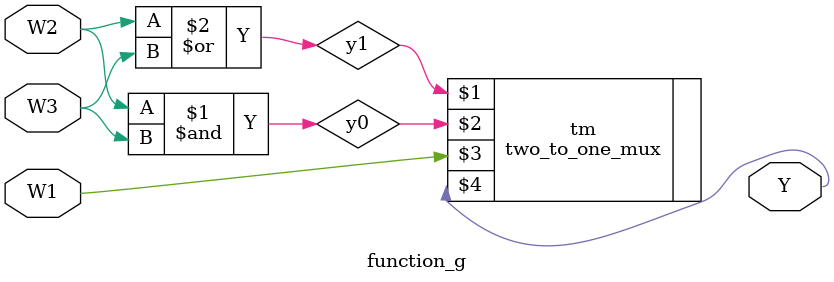
<source format=sv>
`timescale 1ns / 1ps


module function_g(
input logic W1,W2,W3,
output logic Y
    );
    logic y0,y1;
    assign y0 = W2 & W3;
    assign y1 = W2 | W3;
    two_to_one_mux tm(y1,y0,W1,Y);
endmodule

</source>
